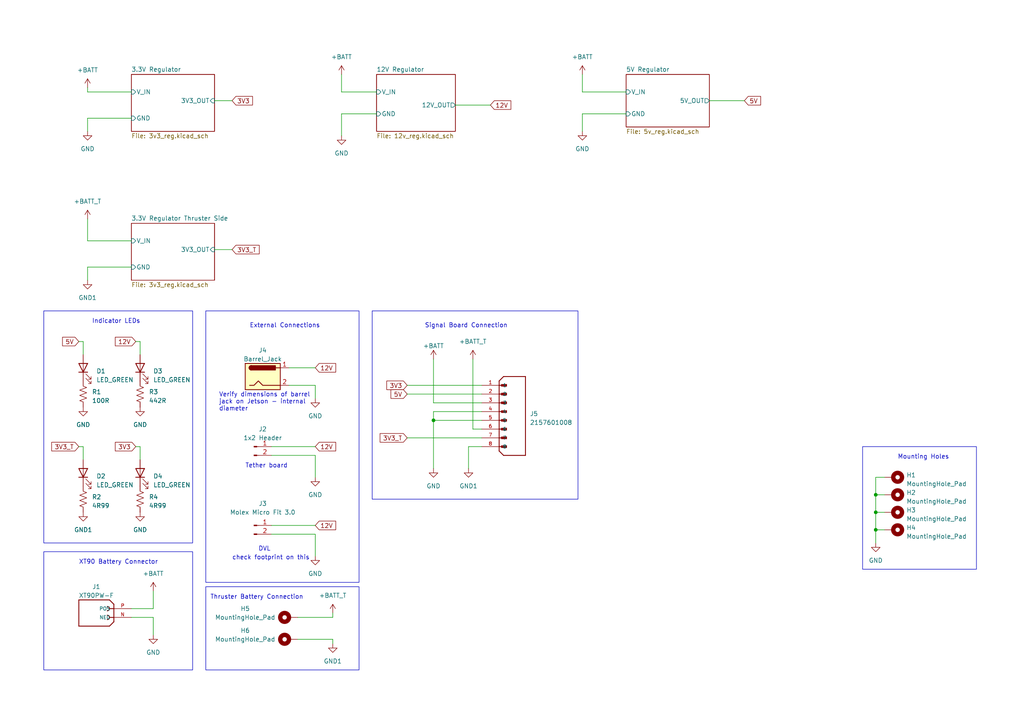
<source format=kicad_sch>
(kicad_sch (version 20230121) (generator eeschema)
  (paper "A4")
  (lib_symbols
    (symbol "Connector:Barrel_Jack" (pin_names (offset 1.016))
      (property "Reference" "J" (at 0 5.334 0))
      (property "Value" "Barrel_Jack" (at 0 -5.08 0))
      (symbol "Barrel_Jack_0_1"
        (rectangle (start -5.08 3.81) (end 5.08 -3.81) (stroke (width 0.254)) (fill (type background)))
        (arc (start -3.302 3.175) (mid -3.9343 2.54) (end -3.302 1.905) (stroke (width 0.254)))
        (arc (start -3.302 3.175) (mid -3.9343 2.54) (end -3.302 1.905) (stroke (width 0.254)) (fill (type outline)))
        (polyline (pts (xy 5.08 2.54) (xy 3.81 2.54)) (stroke (width 0.254)))
        (polyline (pts (xy -3.81 -2.54) (xy -2.54 -2.54) (xy -1.27 -1.27) (xy 0 -2.54) (xy 2.54 -2.54) (xy 5.08 -2.54)) (stroke (width 0.254)))
        (rectangle (start 3.683 3.175) (end -3.302 1.905) (stroke (width 0.254)) (fill (type outline)))
      )
      (symbol "Barrel_Jack_1_1"
        (pin passive line (at 7.62 2.54 180) (length 2.54) (name "~") (number "1"))
        (pin passive line (at 7.62 -2.54 180) (length 2.54) (name "~") (number "2"))
      )
    )
    (symbol "Connector:Conn_01x02_Pin" (pin_names (offset 1.016) hide)
      (property "Reference" "J" (at 0 2.54 0))
      (property "Value" "Conn_01x02_Pin" (at 0 -5.08 0))
      (symbol "Conn_01x02_Pin_1_1"
        (polyline (pts (xy 1.27 -2.54) (xy 0.8636 -2.54)) (stroke (width 0.1524)))
        (polyline (pts (xy 1.27 0) (xy 0.8636 0)) (stroke (width 0.1524)))
        (rectangle (start 0.8636 -2.413) (end 0 -2.667) (stroke (width 0.1524)) (fill (type outline)))
        (rectangle (start 0.8636 0.127) (end 0 -0.127) (stroke (width 0.1524)) (fill (type outline)))
        (pin passive line (at 5.08 0 180) (length 3.81) (name "Pin_1") (number "1"))
        (pin passive line (at 5.08 -2.54 180) (length 3.81) (name "Pin_2") (number "2"))
      )
    )
    (symbol "Device:LED" (pin_numbers hide) (pin_names (offset 1.016) hide)
      (property "Reference" "D" (at 0 2.54 0))
      (property "Value" "LED" (at 0 -2.54 0))
      (symbol "LED_0_1"
        (polyline (pts (xy -1.27 -1.27) (xy -1.27 1.27)) (stroke (width 0.254)))
        (polyline (pts (xy -1.27 0) (xy 1.27 0)))
        (polyline (pts (xy 1.27 -1.27) (xy 1.27 1.27) (xy -1.27 0) (xy 1.27 -1.27)) (stroke (width 0.254)))
        (polyline (pts (xy -3.048 -0.762) (xy -4.572 -2.286) (xy -3.81 -2.286) (xy -4.572 -2.286) (xy -4.572 -1.524)))
        (polyline (pts (xy -1.778 -0.762) (xy -3.302 -2.286) (xy -2.54 -2.286) (xy -3.302 -2.286) (xy -3.302 -1.524)))
      )
      (symbol "LED_1_1"
        (pin passive line (at -3.81 0 0) (length 2.54) (name "K") (number "1"))
        (pin passive line (at 3.81 0 180) (length 2.54) (name "A") (number "2"))
      )
    )
    (symbol "Device:R_US" (pin_numbers hide) (pin_names (offset 0))
      (property "Reference" "R" (at 2.54 0 90))
      (property "Value" "R_US" (at -2.54 0 90))
      (symbol "R_US_0_1"
        (polyline (pts (xy 0 -2.286) (xy 0 -2.54)))
        (polyline (pts (xy 0 2.286) (xy 0 2.54)))
        (polyline (pts (xy 0 -0.762) (xy 1.016 -1.143) (xy 0 -1.524) (xy -1.016 -1.905) (xy 0 -2.286)))
        (polyline (pts (xy 0 0.762) (xy 1.016 0.381) (xy 0 0) (xy -1.016 -0.381) (xy 0 -0.762)))
        (polyline (pts (xy 0 2.286) (xy 1.016 1.905) (xy 0 1.524) (xy -1.016 1.143) (xy 0 0.762)))
      )
      (symbol "R_US_1_1"
        (pin passive line (at 0 3.81 270) (length 1.27) (name "~") (number "1"))
        (pin passive line (at 0 -3.81 90) (length 1.27) (name "~") (number "2"))
      )
    )
    (symbol "Mechanical:MountingHole_Pad" (pin_numbers hide) (pin_names (offset 1.016) hide)
      (property "Reference" "H" (at 0 6.35 0))
      (property "Value" "MountingHole_Pad" (at 0 4.445 0))
      (symbol "MountingHole_Pad_0_1"
        (circle (center 0 1.27) (radius 1.27) (stroke (width 1.27)))
      )
      (symbol "MountingHole_Pad_1_1"
        (pin input line (at 0 -2.54 90) (length 2.54) (name "1") (number "1"))
      )
    )
    (symbol "crush-power-lib:+BATT_T" (power) (pin_names (offset 0))
      (property "Value" "+BATT_T" (at 0 3.556 0))
      (symbol "+BATT_T_0_1"
        (polyline (pts (xy -0.762 1.27) (xy 0 2.54)))
        (polyline (pts (xy 0 0) (xy 0 2.54)))
        (polyline (pts (xy 0 2.54) (xy 0.762 1.27)))
      )
      (symbol "+BATT_T_1_1"
        (pin power_in line (at 0 0 90) (length 0) hide (name "+BATT_T") (number "1"))
      )
    )
    (symbol "crush-power-lib:2157601008" (pin_names (offset 1.016))
      (property "Reference" "J" (at 0 11.43 0))
      (property "Value" "2157601008" (at 0 -15.24 0))
      (symbol "2157601008_0_0"
        (polyline (pts (xy 0 -11.43) (xy 1.27 -12.7)) (stroke (width 0.254)))
        (polyline (pts (xy 0 -10.16) (xy 1.905 -10.16)) (stroke (width 0.254)))
        (polyline (pts (xy 0 -7.62) (xy 1.905 -7.62)) (stroke (width 0.254)))
        (polyline (pts (xy 0 -5.08) (xy 1.905 -5.08)) (stroke (width 0.254)))
        (polyline (pts (xy 0 -2.54) (xy 1.905 -2.54)) (stroke (width 0.254)))
        (polyline (pts (xy 0 0) (xy 1.905 0)) (stroke (width 0.254)))
        (polyline (pts (xy 0 2.54) (xy 1.905 2.54)) (stroke (width 0.254)))
        (polyline (pts (xy 0 5.08) (xy 1.905 5.08)) (stroke (width 0.254)))
        (polyline (pts (xy 0 7.62) (xy 0 -11.43)) (stroke (width 0.254)))
        (polyline (pts (xy 0 7.62) (xy 1.905 7.62)) (stroke (width 0.254)))
        (polyline (pts (xy 0 8.89) (xy 0 7.62)) (stroke (width 0.254)))
        (polyline (pts (xy 0 8.89) (xy 1.27 10.16)) (stroke (width 0.254)))
        (polyline (pts (xy 1.27 -12.7) (xy 7.62 -12.7)) (stroke (width 0.254)))
        (polyline (pts (xy 7.62 -12.7) (xy 7.62 10.16)) (stroke (width 0.254)))
        (polyline (pts (xy 7.62 10.16) (xy 1.27 10.16)) (stroke (width 0.254)))
        (rectangle (start 0.635 -10.4775) (end 2.2225 -9.8425) (stroke (width 0.1)) (fill (type outline)))
        (rectangle (start 0.635 -7.9375) (end 2.2225 -7.3025) (stroke (width 0.1)) (fill (type outline)))
        (rectangle (start 0.635 -5.3975) (end 2.2225 -4.7625) (stroke (width 0.1)) (fill (type outline)))
        (rectangle (start 0.635 -2.8575) (end 2.2225 -2.2225) (stroke (width 0.1)) (fill (type outline)))
        (rectangle (start 0.635 -0.3175) (end 2.2225 0.3175) (stroke (width 0.1)) (fill (type outline)))
        (rectangle (start 0.635 2.2225) (end 2.2225 2.8575) (stroke (width 0.1)) (fill (type outline)))
        (rectangle (start 0.635 4.7625) (end 2.2225 5.3975) (stroke (width 0.1)) (fill (type outline)))
        (rectangle (start 0.635 7.3025) (end 2.2225 7.9375) (stroke (width 0.1)) (fill (type outline)))
        (pin passive line (at -5.08 7.62 0) (length 5.08) (name "1") (number "1"))
        (pin passive line (at -5.08 5.08 0) (length 5.08) (name "2") (number "2"))
        (pin passive line (at -5.08 2.54 0) (length 5.08) (name "3") (number "3"))
        (pin passive line (at -5.08 0 0) (length 5.08) (name "4") (number "4"))
        (pin passive line (at -5.08 -2.54 0) (length 5.08) (name "5") (number "5"))
        (pin passive line (at -5.08 -5.08 0) (length 5.08) (name "6") (number "6"))
        (pin passive line (at -5.08 -7.62 0) (length 5.08) (name "7") (number "7"))
        (pin passive line (at -5.08 -10.16 0) (length 5.08) (name "8") (number "8"))
      )
    )
    (symbol "crush-power-lib:XT90PW-F" (pin_names (offset 1.016))
      (property "Reference" "J" (at -10.16 3.81 0))
      (property "Value" "XT90PW-F" (at -10.16 -7.62 0))
      (symbol "XT90PW-F_0_0"
        (arc (start -1.905 -3.175) (mid -1.2727 -2.54) (end -1.905 -1.905) (stroke (width 0.254)))
        (arc (start -1.905 -0.635) (mid -1.2727 0) (end -1.905 0.635) (stroke (width 0.254)))
        (polyline (pts (xy -10.16 -5.08) (xy -10.16 2.54)) (stroke (width 0.254)))
        (polyline (pts (xy -10.16 2.54) (xy -1.27 2.54)) (stroke (width 0.254)))
        (polyline (pts (xy -1.27 -5.08) (xy -10.16 -5.08)) (stroke (width 0.254)))
        (polyline (pts (xy 0 -3.81) (xy -1.27 -5.08)) (stroke (width 0.254)))
        (polyline (pts (xy 0 -2.54) (xy -1.27 -2.54)) (stroke (width 0.254)))
        (polyline (pts (xy 0 0) (xy -1.27 0)) (stroke (width 0.254)))
        (polyline (pts (xy 0 0) (xy 0 -3.81)) (stroke (width 0.254)))
        (polyline (pts (xy 0 1.27) (xy -1.27 2.54)) (stroke (width 0.254)))
        (polyline (pts (xy 0 1.27) (xy 0 0)) (stroke (width 0.254)))
        (pin passive line (at 5.08 -2.54 180) (length 5.08) (name "NEG") (number "N"))
        (pin passive line (at 5.08 0 180) (length 5.08) (name "POS") (number "P"))
      )
    )
    (symbol "power:+BATT" (power) (pin_names (offset 0))
      (property "Value" "+BATT" (at 0 3.556 0))
      (symbol "+BATT_0_1"
        (polyline (pts (xy -0.762 1.27) (xy 0 2.54)))
        (polyline (pts (xy 0 0) (xy 0 2.54)))
        (polyline (pts (xy 0 2.54) (xy 0.762 1.27)))
      )
      (symbol "+BATT_1_1"
        (pin power_in line (at 0 0 90) (length 0) hide (name "+BATT") (number "1"))
      )
    )
    (symbol "power:GND" (power) (pin_names (offset 0))
      (property "Value" "GND" (at 0 -3.81 0))
      (symbol "GND_0_1"
        (polyline (pts (xy 0 0) (xy 0 -1.27) (xy 1.27 -1.27) (xy 0 -2.54) (xy -1.27 -1.27) (xy 0 -1.27)))
      )
      (symbol "GND_1_1"
        (pin power_in line (at 0 0 270) (length 0) hide (name "GND") (number "1"))
      )
    )
    (symbol "power:GND1" (power) (pin_names (offset 0))
      (property "Value" "GND_T" (at 0 -5.08 0))
      (symbol "GND1_0_1"
        (polyline (pts (xy 0 0) (xy 0 -1.27) (xy 1.27 -1.27) (xy 0 -2.54) (xy -1.27 -1.27) (xy 0 -1.27)))
      )
      (symbol "GND1_1_1"
        (pin power_in line (at 0 0 270) (length 0) hide (name "GND1") (number "1"))
      )
    )
  )
  (junction (at 254 153.67))
  (junction (at 254 143.51))
  (junction (at 125.73 121.92))
  (junction (at 254 148.59))
  (wire (pts (xy 78.74 129.54) (xy 91.44 129.54)))
  (wire (pts (xy 118.11 127) (xy 139.7 127)))
  (wire (pts (xy 137.16 124.46) (xy 139.7 124.46)))
  (wire (pts (xy 254 153.67) (xy 256.54 153.67)))
  (wire (pts (xy 62.23 29.21) (xy 67.31 29.21)))
  (wire (pts (xy 205.74 29.21) (xy 215.9 29.21)))
  (wire (pts (xy 125.73 121.92) (xy 139.7 121.92)))
  (wire (pts (xy 38.1 179.07) (xy 44.45 179.07)))
  (wire (pts (xy 25.4 25.4) (xy 25.4 26.67)))
  (wire (pts (xy 44.45 179.07) (xy 44.45 184.15)))
  (wire (pts (xy 25.4 34.29) (xy 25.4 38.1)))
  (wire (pts (xy 24.13 129.54) (xy 22.86 129.54)))
  (wire (pts (xy 118.11 114.3) (xy 139.7 114.3)))
  (wire (pts (xy 91.44 115.57) (xy 91.44 111.76)))
  (wire (pts (xy 44.45 176.53) (xy 44.45 171.45)))
  (wire (pts (xy 132.08 30.48) (xy 142.24 30.48)))
  (wire (pts (xy 78.74 132.08) (xy 91.44 132.08)))
  (wire (pts (xy 125.73 116.84) (xy 139.7 116.84)))
  (wire (pts (xy 40.64 99.06) (xy 39.37 99.06)))
  (wire (pts (xy 78.74 152.4) (xy 91.44 152.4)))
  (wire (pts (xy 109.22 26.67) (xy 99.06 26.67)))
  (wire (pts (xy 254 143.51) (xy 256.54 143.51)))
  (wire (pts (xy 256.54 138.43) (xy 254 138.43)))
  (wire (pts (xy 254 143.51) (xy 254 148.59)))
  (wire (pts (xy 168.91 33.02) (xy 181.61 33.02)))
  (wire (pts (xy 254 148.59) (xy 254 153.67)))
  (wire (pts (xy 96.52 185.42) (xy 96.52 186.69)))
  (wire (pts (xy 118.11 111.76) (xy 139.7 111.76)))
  (wire (pts (xy 40.64 129.54) (xy 39.37 129.54)))
  (wire (pts (xy 254 148.59) (xy 256.54 148.59)))
  (wire (pts (xy 168.91 21.59) (xy 168.91 26.67)))
  (wire (pts (xy 137.16 104.14) (xy 137.16 124.46)))
  (wire (pts (xy 24.13 102.87) (xy 24.13 99.06)))
  (wire (pts (xy 168.91 38.1) (xy 168.91 33.02)))
  (wire (pts (xy 25.4 69.85) (xy 38.1 69.85)))
  (wire (pts (xy 139.7 129.54) (xy 135.89 129.54)))
  (wire (pts (xy 99.06 33.02) (xy 99.06 39.37)))
  (wire (pts (xy 25.4 63.5) (xy 25.4 69.85)))
  (wire (pts (xy 168.91 26.67) (xy 181.61 26.67)))
  (wire (pts (xy 254 138.43) (xy 254 143.51)))
  (wire (pts (xy 62.23 72.39) (xy 67.31 72.39)))
  (wire (pts (xy 25.4 77.47) (xy 25.4 81.28)))
  (wire (pts (xy 78.74 154.94) (xy 91.44 154.94)))
  (wire (pts (xy 24.13 99.06) (xy 22.86 99.06)))
  (wire (pts (xy 86.36 185.42) (xy 96.52 185.42)))
  (wire (pts (xy 125.73 119.38) (xy 125.73 121.92)))
  (wire (pts (xy 25.4 26.67) (xy 38.1 26.67)))
  (wire (pts (xy 86.36 179.07) (xy 96.52 179.07)))
  (wire (pts (xy 99.06 33.02) (xy 109.22 33.02)))
  (wire (pts (xy 96.52 179.07) (xy 96.52 177.8)))
  (wire (pts (xy 135.89 129.54) (xy 135.89 135.89)))
  (wire (pts (xy 38.1 176.53) (xy 44.45 176.53)))
  (wire (pts (xy 38.1 77.47) (xy 25.4 77.47)))
  (wire (pts (xy 40.64 102.87) (xy 40.64 99.06)))
  (wire (pts (xy 125.73 104.14) (xy 125.73 116.84)))
  (wire (pts (xy 91.44 111.76) (xy 83.82 111.76)))
  (wire (pts (xy 24.13 133.35) (xy 24.13 129.54)))
  (wire (pts (xy 40.64 133.35) (xy 40.64 129.54)))
  (wire (pts (xy 83.82 106.68) (xy 91.44 106.68)))
  (wire (pts (xy 91.44 154.94) (xy 91.44 161.29)))
  (wire (pts (xy 99.06 21.59) (xy 99.06 26.67)))
  (wire (pts (xy 38.1 34.29) (xy 25.4 34.29)))
  (wire (pts (xy 125.73 121.92) (xy 125.73 135.89)))
  (wire (pts (xy 254 153.67) (xy 254 157.48)))
  (wire (pts (xy 91.44 132.08) (xy 91.44 138.43)))
  (wire (pts (xy 139.7 119.38) (xy 125.73 119.38)))
  (rectangle (start 59.69 170.18) (end 104.14 194.31))
  (rectangle (start 12.7 90.17) (end 55.88 157.48))
  (rectangle (start 12.7 160.02) (end 55.88 194.31))
  (rectangle (start 59.69 90.17) (end 104.14 168.91))
  (rectangle (start 107.95 90.17) (end 167.64 144.78))
  (rectangle (start 250.19 129.54) (end 283.21 165.1))
  (text "check footprint on this\n" (at 67.31 162.56 0) (effects (font (size 1.27 1.27)) (justify left bottom)))
  (text "Indicator LEDs\n" (at 26.67 93.98 0) (effects (font (size 1.27 1.27)) (justify left bottom)))
  (text "Mounting Holes\n" (at 260.35 133.35 0) (effects (font (size 1.27 1.27)) (justify left bottom)))
  (text "DVL\n" (at 74.93 160.02 0) (effects (font (size 1.27 1.27)) (justify left bottom)))
  (text "Signal Board Connection\n" (at 123.19 95.25 0) (effects (font (size 1.27 1.27)) (justify left bottom)))
  (text "External Connections" (at 72.39 95.25 0) (effects (font (size 1.27 1.27)) (justify left bottom)))
  (text "XT90 Battery Connector\n" (at 22.86 163.83 0) (effects (font (size 1.27 1.27)) (justify left bottom)))
  (text "Thruster Battery Connection" (at 60.96 173.99 0) (effects (font (size 1.27 1.27)) (justify left bottom)))
  (text "Verify dimensions of barrel \njack on Jetson - internal \ndiameter\n" (at 63.5 119.38 0) (effects (font (size 1.27 1.27)) (justify left bottom)))
  (text "Tether board\n" (at 71.12 135.89 0) (effects (font (size 1.27 1.27)) (justify left bottom)))
  (global_label "12V" (shape input) (at 91.44 152.4 0) (property "Intersheetrefs" "${INTERSHEET_REFS}" (effects hide)))
  (global_label "5V" (shape input) (at 22.86 99.06 180) (property "Intersheetrefs" "${INTERSHEET_REFS}" (effects hide)))
  (global_label "12V" (shape input) (at 91.44 106.68 0) (property "Intersheetrefs" "${INTERSHEET_REFS}" (effects hide)))
  (global_label "5V" (shape input) (at 215.9 29.21 0) (property "Intersheetrefs" "${INTERSHEET_REFS}" (effects hide)))
  (global_label "3V3" (shape input) (at 118.11 111.76 180) (property "Intersheetrefs" "${INTERSHEET_REFS}" (effects hide)))
  (global_label "3V3_T" (shape input) (at 118.11 127 180) (property "Intersheetrefs" "${INTERSHEET_REFS}" (effects hide)))
  (global_label "3V3_T" (shape input) (at 67.31 72.39 0) (property "Intersheetrefs" "${INTERSHEET_REFS}" (effects hide)))
  (global_label "3V3" (shape input) (at 67.31 29.21 0) (property "Intersheetrefs" "${INTERSHEET_REFS}" (effects hide)))
  (global_label "12V" (shape input) (at 142.24 30.48 0) (property "Intersheetrefs" "${INTERSHEET_REFS}" (effects hide)))
  (global_label "12V" (shape input) (at 91.44 129.54 0) (property "Intersheetrefs" "${INTERSHEET_REFS}" (effects hide)))
  (global_label "3V3" (shape input) (at 39.37 129.54 180) (property "Intersheetrefs" "${INTERSHEET_REFS}" (effects hide)))
  (global_label "3V3_T" (shape input) (at 22.86 129.54 180) (property "Intersheetrefs" "${INTERSHEET_REFS}" (effects hide)))
  (global_label "5V" (shape input) (at 118.11 114.3 180) (property "Intersheetrefs" "${INTERSHEET_REFS}" (effects hide)))
  (global_label "12V" (shape input) (at 39.37 99.06 180) (property "Intersheetrefs" "${INTERSHEET_REFS}" (effects hide)))
  (symbol (lib_id "Mechanical:MountingHole_Pad") (at 259.08 143.51 270) (unit 1) (in_bom no)
    (property "Reference" "H2" (at 262.89 142.875 90) (effects (justify left)))
    (property "Value" "MountingHole_Pad" (at 262.89 145.415 90) (effects (justify left)))
    (property "Footprint" "MountingHole:MountingHole_3.7mm_Pad_Via" (effects hide))
  )
  (symbol (lib_id "Device:LED") (at 24.13 106.68 90) (unit 1)
    (property "Reference" "D1" (at 27.94 107.6325 90) (effects (justify right)))
    (property "Value" "LED_GREEN" (at 27.94 110.1725 90) (effects (justify right)))
    (property "Footprint" "LED_SMD:LED_0603_1608Metric" (effects hide))
    (property "Datasheet" "https://datasheet.lcsc.com/lcsc/1912111437_Lite-On-LTST-C190TGKT_C364559.pdf" (effects hide))
  )
  (symbol (lib_id "power:GND") (at 91.44 138.43 0) (unit 1)
    (property "Reference" "#PWR012" (effects hide))
    (property "Value" "GND" (at 91.44 143.51 0))
  )
  (symbol (lib_id "Mechanical:MountingHole_Pad") (at 259.08 148.59 270) (unit 1) (in_bom no)
    (property "Reference" "H3" (at 262.89 147.955 90) (effects (justify left)))
    (property "Value" "MountingHole_Pad" (at 262.89 150.495 90) (effects (justify left)))
    (property "Footprint" "MountingHole:MountingHole_3.7mm_Pad_Via" (effects hide))
  )
  (symbol (lib_id "power:GND") (at 125.73 135.89 0) (unit 1)
    (property "Reference" "#PWR017" (effects hide))
    (property "Value" "GND" (at 125.73 140.97 0))
  )
  (symbol (lib_id "Connector:Conn_01x02_Pin") (at 73.66 152.4 0) (unit 1)
    (property "Reference" "J3" (at 76.2 146.05 0))
    (property "Value" "Molex Micro Fit 3.0" (at 76.2 148.59 0))
    (property "Footprint" "Connector_Molex:Molex_Micro-Fit_3.0_43045-0212_2x01_P3.00mm_Vertical" (effects hide))
  )
  (symbol (lib_id "power:GND") (at 40.64 148.59 0) (unit 1)
    (property "Reference" "#PWR08" (effects hide))
    (property "Value" "GND" (at 40.64 153.67 0))
  )
  (symbol (lib_id "Device:LED") (at 24.13 137.16 90) (unit 1)
    (property "Reference" "D2" (at 27.94 138.1125 90) (effects (justify right)))
    (property "Value" "LED_GREEN" (at 27.94 140.6525 90) (effects (justify right)))
    (property "Footprint" "LED_SMD:LED_0603_1608Metric" (effects hide))
    (property "Datasheet" "https://datasheet.lcsc.com/lcsc/1912111437_Lite-On-LTST-C190TGKT_C364559.pdf" (effects hide))
  )
  (symbol (lib_id "power:GND") (at 254 157.48 0) (unit 1)
    (property "Reference" "#PWR022" (effects hide))
    (property "Value" "GND" (at 254 162.56 0))
  )
  (symbol (lib_id "power:GND") (at 91.44 161.29 0) (unit 1)
    (property "Reference" "#PWR013" (effects hide))
    (property "Value" "GND" (at 91.44 166.37 0))
  )
  (symbol (lib_id "Device:R_US") (at 24.13 144.78 0) (unit 1)
    (property "Reference" "R2" (at 26.67 144.145 0) (effects (justify left)))
    (property "Value" "4R99" (at 26.67 146.685 0) (effects (justify left)))
    (property "Footprint" "Resistor_SMD:R_0603_1608Metric" (effects hide))
  )
  (symbol (lib_id "power:GND") (at 25.4 38.1 0) (unit 1)
    (property "Reference" "#PWR04" (effects hide))
    (property "Value" "GND" (at 25.4 43.18 0))
  )
  (symbol (lib_id "Device:LED") (at 40.64 137.16 90) (unit 1)
    (property "Reference" "D4" (at 44.45 138.1125 90) (effects (justify right)))
    (property "Value" "LED_GREEN" (at 44.45 140.6525 90) (effects (justify right)))
    (property "Footprint" "LED_SMD:LED_0603_1608Metric" (effects hide))
    (property "Datasheet" "https://datasheet.lcsc.com/lcsc/1912111437_Lite-On-LTST-C190TGKT_C364559.pdf" (effects hide))
  )
  (symbol (lib_id "power:GND") (at 40.64 118.11 0) (unit 1)
    (property "Reference" "#PWR07" (effects hide))
    (property "Value" "GND" (at 40.64 123.19 0))
  )
  (symbol (lib_id "power:GND") (at 99.06 39.37 0) (unit 1)
    (property "Reference" "#PWR015" (effects hide))
    (property "Value" "GND" (at 99.06 44.45 0))
  )
  (symbol (lib_id "power:+BATT") (at 44.45 171.45 0) (unit 1)
    (property "Reference" "#PWR09" (effects hide))
    (property "Value" "+BATT" (at 44.45 166.37 0))
  )
  (symbol (lib_id "power:+BATT") (at 25.4 25.4 0) (unit 1)
    (property "Reference" "#PWR03" (effects hide))
    (property "Value" "+BATT" (at 25.4 20.32 0))
  )
  (symbol (lib_id "Device:LED") (at 40.64 106.68 90) (unit 1)
    (property "Reference" "D3" (at 44.45 107.6325 90) (effects (justify right)))
    (property "Value" "LED_GREEN" (at 44.45 110.1725 90) (effects (justify right)))
    (property "Footprint" "LED_SMD:LED_0603_1608Metric" (effects hide))
    (property "Datasheet" "https://datasheet.lcsc.com/lcsc/1912111437_Lite-On-LTST-C190TGKT_C364559.pdf" (effects hide))
  )
  (symbol (lib_id "power:+BATT") (at 125.73 104.14 0) (unit 1)
    (property "Reference" "#PWR016" (effects hide))
    (property "Value" "+BATT" (at 125.73 100.33 0))
  )
  (symbol (lib_id "Device:R_US") (at 40.64 144.78 0) (unit 1)
    (property "Reference" "R4" (at 43.18 144.145 0) (effects (justify left)))
    (property "Value" "4R99" (at 43.18 146.685 0) (effects (justify left)))
    (property "Footprint" "Resistor_SMD:R_0603_1608Metric" (effects hide))
  )
  (symbol (lib_id "Connector:Barrel_Jack") (at 76.2 109.22 0) (unit 1)
    (property "Reference" "J4" (at 76.2 101.6 0))
    (property "Value" "Barrel_Jack" (at 76.2 104.14 0))
    (property "Footprint" "Connector_BarrelJack:BarrelJack_Horizontal" (effects hide))
  )
  (symbol (lib_id "power:GND") (at 24.13 118.11 0) (unit 1)
    (property "Reference" "#PWR01" (effects hide))
    (property "Value" "GND" (at 24.13 123.19 0))
  )
  (symbol (lib_id "crush-power-lib:2157601008") (at 144.78 119.38 0) (unit 1)
    (property "Reference" "J5" (at 153.67 120.015 0) (effects (justify left)))
    (property "Value" "2157601008" (at 153.67 122.555 0) (effects (justify left)))
    (property "Footprint" "crush-power-footprints:MOLEX_2157601008" (effects hide))
    (property "PARTREV" "A1" (effects hide))
    (property "MANUFACTURER" "Molex" (effects hide))
    (property "MAXIMUM_PACKAGE_HEIGHT" "5.87 mm" (effects hide))
    (property "STANDARD" "Manufacturer Recommendations" (effects hide))
  )
  (symbol (lib_id "Device:R_US") (at 40.64 114.3 0) (unit 1)
    (property "Reference" "R3" (at 43.18 113.665 0) (effects (justify left)))
    (property "Value" "442R" (at 43.18 116.205 0) (effects (justify left)))
    (property "Footprint" "Resistor_SMD:R_0603_1608Metric" (effects hide))
  )
  (symbol (lib_id "Device:R_US") (at 24.13 114.3 0) (unit 1)
    (property "Reference" "R1" (at 26.67 113.665 0) (effects (justify left)))
    (property "Value" "100R" (at 26.67 116.205 0) (effects (justify left)))
    (property "Footprint" "Resistor_SMD:R_0603_1608Metric" (effects hide))
  )
  (symbol (lib_id "Connector:Conn_01x02_Pin") (at 73.66 129.54 0) (unit 1)
    (property "Reference" "J2" (at 76.2 124.46 0))
    (property "Value" "1x2 Header" (at 76.2 127 0))
    (property "Footprint" "Connector_PinHeader_2.54mm:PinHeader_1x02_P2.54mm_Vertical" (effects hide))
  )
  (symbol (lib_id "Mechanical:MountingHole_Pad") (at 259.08 153.67 270) (unit 1) (in_bom no)
    (property "Reference" "H4" (at 262.89 153.035 90) (effects (justify left)))
    (property "Value" "MountingHole_Pad" (at 262.89 155.575 90) (effects (justify left)))
    (property "Footprint" "MountingHole:MountingHole_3.7mm_Pad_Via" (effects hide))
  )
  (symbol (lib_id "power:GND") (at 44.45 184.15 0) (unit 1)
    (property "Reference" "#PWR010" (effects hide))
    (property "Value" "GND" (at 44.45 189.23 0))
  )
  (symbol (lib_id "power:+BATT") (at 99.06 21.59 0) (unit 1)
    (property "Reference" "#PWR014" (effects hide))
    (property "Value" "+BATT" (at 99.06 16.51 0))
  )
  (symbol (lib_id "power:GND") (at 91.44 115.57 0) (unit 1)
    (property "Reference" "#PWR011" (effects hide))
    (property "Value" "GND" (at 91.44 120.65 0))
  )
  (symbol (lib_id "Mechanical:MountingHole_Pad") (at 83.82 185.42 90) (unit 1)
    (property "Reference" "H6" (at 71.12 182.88 90))
    (property "Value" "MountingHole_Pad" (at 71.12 185.42 90))
    (property "Footprint" "MountingHole:MountingHole_4.5mm_Pad_Via" (effects hide))
  )
  (symbol (lib_id "crush-power-lib:+BATT_T") (at 96.52 177.8 0) (unit 1)
    (property "Reference" "#PWR05" (effects hide))
    (property "Value" "+BATT_T" (at 96.52 172.72 0))
  )
  (symbol (lib_id "crush-power-lib:+BATT_T") (at 25.4 63.5 0) (unit 1)
    (property "Reference" "#PWR019" (effects hide))
    (property "Value" "+BATT_T" (at 25.4 58.42 0))
  )
  (symbol (lib_id "power:GND1") (at 96.52 186.69 0) (unit 1)
    (property "Reference" "#PWR024" (effects hide))
    (property "Value" "GND_T" (at 96.52 191.77 0))
  )
  (symbol (lib_id "Mechanical:MountingHole_Pad") (at 83.82 179.07 90) (unit 1)
    (property "Reference" "H5" (at 71.12 176.53 90))
    (property "Value" "MountingHole_Pad" (at 71.12 179.07 90))
    (property "Footprint" "MountingHole:MountingHole_4.5mm_Pad_Via" (effects hide))
  )
  (symbol (lib_id "Mechanical:MountingHole_Pad") (at 259.08 138.43 270) (unit 1) (in_bom no)
    (property "Reference" "H1" (at 262.89 137.795 90) (effects (justify left)))
    (property "Value" "MountingHole_Pad" (at 262.89 140.335 90) (effects (justify left)))
    (property "Footprint" "MountingHole:MountingHole_3.7mm_Pad_Via" (effects hide))
  )
  (symbol (lib_id "power:+BATT") (at 168.91 21.59 0) (unit 1)
    (property "Reference" "#PWR020" (effects hide))
    (property "Value" "+BATT" (at 168.91 16.51 0))
  )
  (symbol (lib_id "power:GND1") (at 135.89 135.89 0) (unit 1)
    (property "Reference" "#PWR02" (effects hide))
    (property "Value" "GND_T" (at 135.89 140.97 0))
  )
  (symbol (lib_id "power:GND1") (at 24.13 148.59 0) (unit 1)
    (property "Reference" "#PWR023" (effects hide))
    (property "Value" "GND_T" (at 24.13 153.67 0))
  )
  (symbol (lib_id "power:GND") (at 168.91 38.1 0) (unit 1)
    (property "Reference" "#PWR021" (effects hide))
    (property "Value" "GND" (at 168.91 43.18 0))
  )
  (symbol (lib_id "crush-power-lib:XT90PW-F") (at 33.02 176.53 0) (unit 1)
    (property "Reference" "J1" (at 27.94 170.18 0))
    (property "Value" "XT90PW-F" (at 27.94 172.72 0))
    (property "Footprint" "crush-power-footprints:AMASS_XT90PW-F" (effects hide))
    (property "PARTREV" "V00" (effects hide))
    (property "MANUFACTURER" "AMASS" (effects hide))
    (property "MAXIMUM_PACKAGE_HEIGHT" "10.3 mm" (effects hide))
    (property "STANDARD" "Manufacturer Recommendations" (effects hide))
  )
  (symbol (lib_id "crush-power-lib:+BATT_T") (at 137.16 104.14 0) (unit 1)
    (property "Reference" "#PWR06" (effects hide))
    (property "Value" "+BATT_T" (at 137.16 99.06 0))
  )
  (symbol (lib_id "power:GND1") (at 25.4 81.28 0) (unit 1)
    (property "Reference" "#PWR018" (effects hide))
    (property "Value" "GND_T" (at 25.4 86.36 0))
  )
  (sheet (at 38.1 21.59) (size 24.13 16.51) (stroke (width 0.1524))
    (property "Sheetname" "3.3V Regulator" (at 38.1 20.8784 0) (effects (justify left bottom)))
    (property "Sheetfile" "3v3_reg.kicad_sch" (at 38.1 38.6846 0) (effects (justify left top)))
    (pin "GND" input (at 38.1 34.29 180))
    (pin "3V3_OUT" input (at 62.23 29.21 0))
    (pin "V_IN" input (at 38.1 26.67 180))
  )
  (sheet (at 181.61 21.59) (size 24.13 15.24) (stroke (width 0.1524))
    (property "Sheetname" "5V Regulator" (at 181.61 20.8784 0) (effects (justify left bottom)))
    (property "Sheetfile" "5v_reg.kicad_sch" (at 181.61 37.4146 0) (effects (justify left top)))
    (pin "GND" input (at 181.61 33.02 180))
    (pin "5V_OUT" output (at 205.74 29.21 0))
    (pin "V_IN" input (at 181.61 26.67 180))
  )
  (sheet (at 109.22 21.59) (size 22.86 16.51) (stroke (width 0.1524))
    (property "Sheetname" "12V Regulator" (at 109.22 20.8784 0) (effects (justify left bottom)))
    (property "Sheetfile" "12v_reg.kicad_sch" (at 109.22 38.6846 0) (effects (justify left top)))
    (pin "GND" input (at 109.22 33.02 180))
    (pin "12V_OUT" output (at 132.08 30.48 0))
    (pin "V_IN" input (at 109.22 26.67 180))
  )
  (sheet (at 38.1 64.77) (size 24.13 16.51) (stroke (width 0.1524))
    (property "Sheetname" "3.3V Regulator Thruster Side" (at 38.1 64.0584 0) (effects (justify left bottom)))
    (property "Sheetfile" "3v3_reg.kicad_sch" (at 38.1 81.8646 0) (effects (justify left top)))
    (pin "GND" input (at 38.1 77.47 180))
    (pin "3V3_OUT" input (at 62.23 72.39 0))
    (pin "V_IN" input (at 38.1 69.85 180))
  )
)
</source>
